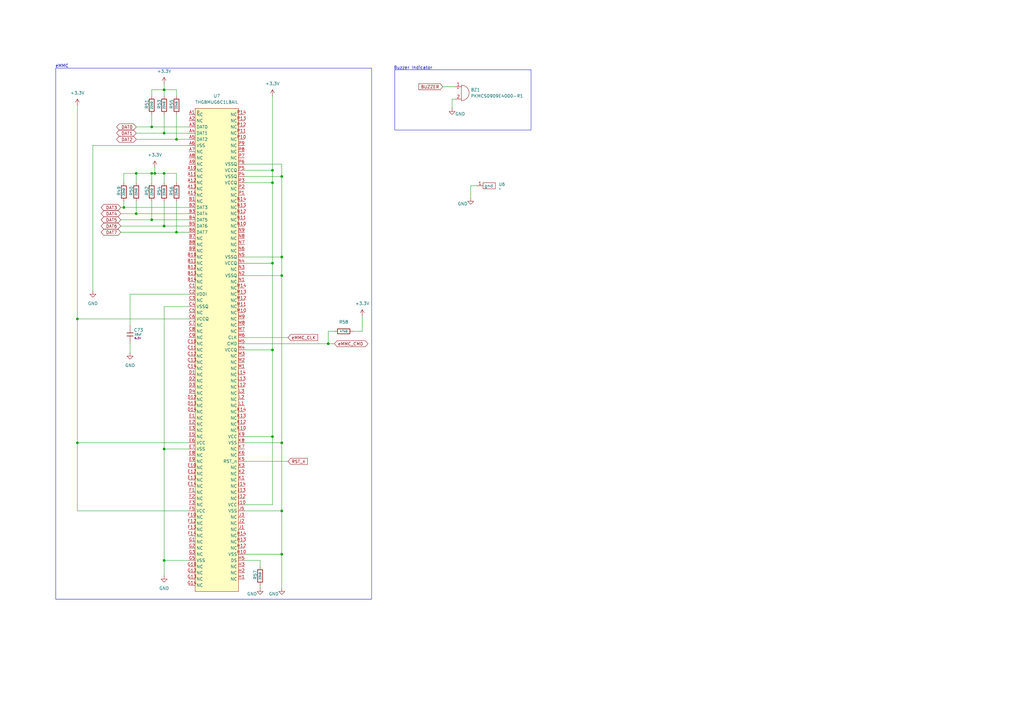
<source format=kicad_sch>
(kicad_sch (version 20250114) (generator "eeschema") (generator_version "9.0")
  (paper "A3")
  (lib_symbols
    (symbol "Device:Buzzer" (pin_names (offset 0.0254) (hide yes))
      (property "Reference" "BZ" (at 3.81 1.27 0))
      (property "Value" "Buzzer" (at 3.81 -1.27 0))
      (symbol "Buzzer_0_1"
        (polyline (pts (xy -1.651 1.905) (xy -1.143 1.905)))
        (polyline (pts (xy -1.397 2.159) (xy -1.397 1.651)))
        (arc (start 0 3.175) (mid 3.1612 0) (end 0 -3.175))
        (polyline (pts (xy 0 3.175) (xy 0 -3.175)))
      )
      (symbol "Buzzer_1_1"
        (pin passive line (at -2.54 2.54 0) (length 2.54) (name "+") (number "1"))
        (pin passive line (at -2.54 -2.54 0) (length 2.54) (name "-") (number "2"))
      )
    )
    (symbol "EasyEDA:THGBMUG6C1LBAIL"
      (property "Reference" "U" (at 0 101.6 0))
      (property "Value" "THGBMUG6C1LBAIL" (at 0 -101.6 0))
      (symbol "THGBMUG6C1LBAIL_0_1"
        (rectangle (start -10.16 99.06) (end 7.62 -99.06) (fill (type background)))
        (circle (center -8.89 97.79) (radius 0.38))
        (pin unspecified line (at -12.7 96.52 0) (length 2.54) (name "NC") (number "A1"))
        (pin unspecified line (at -12.7 93.98 0) (length 2.54) (name "NC") (number "A2"))
        (pin unspecified line (at -12.7 91.44 0) (length 2.54) (name "DAT0") (number "A3"))
        (pin unspecified line (at -12.7 88.9 0) (length 2.54) (name "DAT1") (number "A4"))
        (pin unspecified line (at -12.7 86.36 0) (length 2.54) (name "DAT2") (number "A5"))
        (pin unspecified line (at -12.7 83.82 0) (length 2.54) (name "VSS") (number "A6"))
        (pin unspecified line (at -12.7 81.28 0) (length 2.54) (name "NC") (number "A7"))
        (pin unspecified line (at -12.7 78.74 0) (length 2.54) (name "NC") (number "A8"))
        (pin unspecified line (at -12.7 76.2 0) (length 2.54) (name "NC") (number "A9"))
        (pin unspecified line (at -12.7 73.66 0) (length 2.54) (name "NC") (number "A10"))
        (pin unspecified line (at -12.7 71.12 0) (length 2.54) (name "NC") (number "A11"))
        (pin unspecified line (at -12.7 68.58 0) (length 2.54) (name "NC") (number "A12"))
        (pin unspecified line (at -12.7 66.04 0) (length 2.54) (name "NC") (number "A13"))
        (pin unspecified line (at -12.7 63.5 0) (length 2.54) (name "NC") (number "A14"))
        (pin unspecified line (at -12.7 60.96 0) (length 2.54) (name "NC") (number "B1"))
        (pin unspecified line (at -12.7 58.42 0) (length 2.54) (name "DAT3") (number "B2"))
        (pin unspecified line (at -12.7 55.88 0) (length 2.54) (name "DAT4") (number "B3"))
        (pin unspecified line (at -12.7 53.34 0) (length 2.54) (name "DAT5") (number "B4"))
        (pin unspecified line (at -12.7 50.8 0) (length 2.54) (name "DAT6") (number "B5"))
        (pin unspecified line (at -12.7 48.26 0) (length 2.54) (name "DAT7") (number "B6"))
        (pin unspecified line (at -12.7 45.72 0) (length 2.54) (name "NC") (number "B7"))
        (pin unspecified line (at -12.7 43.18 0) (length 2.54) (name "NC") (number "B8"))
        (pin unspecified line (at -12.7 40.64 0) (length 2.54) (name "NC") (number "B9"))
        (pin unspecified line (at -12.7 38.1 0) (length 2.54) (name "NC") (number "B10"))
        (pin unspecified line (at -12.7 35.56 0) (length 2.54) (name "NC") (number "B11"))
        (pin unspecified line (at -12.7 33.02 0) (length 2.54) (name "NC") (number "B12"))
        (pin unspecified line (at -12.7 30.48 0) (length 2.54) (name "NC") (number "B13"))
        (pin unspecified line (at -12.7 27.94 0) (length 2.54) (name "NC") (number "B14"))
        (pin unspecified line (at -12.7 25.4 0) (length 2.54) (name "NC") (number "C1"))
        (pin unspecified line (at -12.7 22.86 0) (length 2.54) (name "VDDI") (number "C2"))
        (pin unspecified line (at -12.7 20.32 0) (length 2.54) (name "NC") (number "C3"))
        (pin unspecified line (at -12.7 17.78 0) (length 2.54) (name "VSSQ") (number "C4"))
        (pin unspecified line (at -12.7 15.24 0) (length 2.54) (name "NC") (number "C5"))
        (pin unspecified line (at -12.7 12.7 0) (length 2.54) (name "VCCQ") (number "C6"))
        (pin unspecified line (at -12.7 10.16 0) (length 2.54) (name "NC") (number "C7"))
        (pin unspecified line (at -12.7 7.62 0) (length 2.54) (name "NC") (number "C8"))
        (pin unspecified line (at -12.7 5.08 0) (length 2.54) (name "NC") (number "C9"))
        (pin unspecified line (at -12.7 2.54 0) (length 2.54) (name "NC") (number "C10"))
        (pin unspecified line (at -12.7 0 0) (length 2.54) (name "NC") (number "C11"))
        (pin unspecified line (at -12.7 -2.54 0) (length 2.54) (name "NC") (number "C12"))
        (pin unspecified line (at -12.7 -5.08 0) (length 2.54) (name "NC") (number "C13"))
        (pin unspecified line (at -12.7 -7.62 0) (length 2.54) (name "NC") (number "C14"))
        (pin unspecified line (at -12.7 -10.16 0) (length 2.54) (name "NC") (number "D1"))
        (pin unspecified line (at -12.7 -12.7 0) (length 2.54) (name "NC") (number "D2"))
        (pin unspecified line (at -12.7 -15.24 0) (length 2.54) (name "NC") (number "D3"))
        (pin unspecified line (at -12.7 -17.78 0) (length 2.54) (name "NC") (number "D4"))
        (pin unspecified line (at -12.7 -20.32 0) (length 2.54) (name "NC") (number "D12"))
        (pin unspecified line (at -12.7 -22.86 0) (length 2.54) (name "NC") (number "D13"))
        (pin unspecified line (at -12.7 -25.4 0) (length 2.54) (name "NC") (number "D14"))
        (pin unspecified line (at -12.7 -27.94 0) (length 2.54) (name "NC") (number "E1"))
        (pin unspecified line (at -12.7 -30.48 0) (length 2.54) (name "NC") (number "E2"))
        (pin unspecified line (at -12.7 -33.02 0) (length 2.54) (name "NC") (number "E3"))
        (pin unspecified line (at -12.7 -35.56 0) (length 2.54) (name "NC") (number "E5"))
        (pin unspecified line (at -12.7 -38.1 0) (length 2.54) (name "VCC") (number "E6"))
        (pin unspecified line (at -12.7 -40.64 0) (length 2.54) (name "VSS") (number "E7"))
        (pin unspecified line (at -12.7 -43.18 0) (length 2.54) (name "NC") (number "E8"))
        (pin unspecified line (at -12.7 -45.72 0) (length 2.54) (name "NC") (number "E9"))
        (pin unspecified line (at -12.7 -48.26 0) (length 2.54) (name "NC") (number "E10"))
        (pin unspecified line (at -12.7 -50.8 0) (length 2.54) (name "NC") (number "E12"))
        (pin unspecified line (at -12.7 -53.34 0) (length 2.54) (name "NC") (number "E13"))
        (pin unspecified line (at -12.7 -55.88 0) (length 2.54) (name "NC") (number "E14"))
        (pin unspecified line (at -12.7 -58.42 0) (length 2.54) (name "NC") (number "F1"))
        (pin unspecified line (at -12.7 -60.96 0) (length 2.54) (name "NC") (number "F2"))
        (pin unspecified line (at -12.7 -63.5 0) (length 2.54) (name "NC") (number "F3"))
        (pin unspecified line (at -12.7 -66.04 0) (length 2.54) (name "VCC") (number "F5"))
        (pin unspecified line (at -12.7 -68.58 0) (length 2.54) (name "NC") (number "F10"))
        (pin unspecified line (at -12.7 -71.12 0) (length 2.54) (name "NC") (number "F12"))
        (pin unspecified line (at -12.7 -73.66 0) (length 2.54) (name "NC") (number "F13"))
        (pin unspecified line (at -12.7 -76.2 0) (length 2.54) (name "NC") (number "F14"))
        (pin unspecified line (at -12.7 -78.74 0) (length 2.54) (name "NC") (number "G1"))
        (pin unspecified line (at -12.7 -81.28 0) (length 2.54) (name "NC") (number "G2"))
        (pin unspecified line (at -12.7 -83.82 0) (length 2.54) (name "NC") (number "G3"))
        (pin unspecified line (at -12.7 -86.36 0) (length 2.54) (name "VSS") (number "G5"))
        (pin unspecified line (at -12.7 -88.9 0) (length 2.54) (name "NC") (number "G10"))
        (pin unspecified line (at -12.7 -91.44 0) (length 2.54) (name "NC") (number "G12"))
        (pin unspecified line (at -12.7 -93.98 0) (length 2.54) (name "NC") (number "G13"))
        (pin unspecified line (at -12.7 -96.52 0) (length 2.54) (name "NC") (number "G14"))
        (pin unspecified line (at 10.16 96.52 180) (length 2.54) (name "NC") (number "P14"))
        (pin unspecified line (at 10.16 93.98 180) (length 2.54) (name "NC") (number "P13"))
        (pin unspecified line (at 10.16 91.44 180) (length 2.54) (name "NC") (number "P12"))
        (pin unspecified line (at 10.16 88.9 180) (length 2.54) (name "NC") (number "P11"))
        (pin unspecified line (at 10.16 86.36 180) (length 2.54) (name "NC") (number "P10"))
        (pin unspecified line (at 10.16 83.82 180) (length 2.54) (name "NC") (number "P9"))
        (pin unspecified line (at 10.16 81.28 180) (length 2.54) (name "NC") (number "P8"))
        (pin unspecified line (at 10.16 78.74 180) (length 2.54) (name "NC") (number "P7"))
        (pin unspecified line (at 10.16 76.2 180) (length 2.54) (name "VSSQ") (number "P6"))
        (pin unspecified line (at 10.16 73.66 180) (length 2.54) (name "VCCQ") (number "P5"))
        (pin unspecified line (at 10.16 71.12 180) (length 2.54) (name "VSSQ") (number "P4"))
        (pin unspecified line (at 10.16 68.58 180) (length 2.54) (name "VCCQ") (number "P3"))
        (pin unspecified line (at 10.16 66.04 180) (length 2.54) (name "NC") (number "P2"))
        (pin unspecified line (at 10.16 63.5 180) (length 2.54) (name "NC") (number "P1"))
        (pin unspecified line (at 10.16 60.96 180) (length 2.54) (name "NC") (number "N14"))
        (pin unspecified line (at 10.16 58.42 180) (length 2.54) (name "NC") (number "N13"))
        (pin unspecified line (at 10.16 55.88 180) (length 2.54) (name "NC") (number "N12"))
        (pin unspecified line (at 10.16 53.34 180) (length 2.54) (name "NC") (number "N11"))
        (pin unspecified line (at 10.16 50.8 180) (length 2.54) (name "NC") (number "N10"))
        (pin unspecified line (at 10.16 48.26 180) (length 2.54) (name "NC") (number "N9"))
        (pin unspecified line (at 10.16 45.72 180) (length 2.54) (name "NC") (number "N8"))
        (pin unspecified line (at 10.16 43.18 180) (length 2.54) (name "NC") (number "N7"))
        (pin unspecified line (at 10.16 40.64 180) (length 2.54) (name "NC") (number "N6"))
        (pin unspecified line (at 10.16 38.1 180) (length 2.54) (name "VSSQ") (number "N5"))
        (pin unspecified line (at 10.16 35.56 180) (length 2.54) (name "VCCQ") (number "N4"))
        (pin unspecified line (at 10.16 33.02 180) (length 2.54) (name "NC") (number "N3"))
        (pin unspecified line (at 10.16 30.48 180) (length 2.54) (name "VSSQ") (number "N2"))
        (pin unspecified line (at 10.16 27.94 180) (length 2.54) (name "NC") (number "N1"))
        (pin unspecified line (at 10.16 25.4 180) (length 2.54) (name "NC") (number "M14"))
        (pin unspecified line (at 10.16 22.86 180) (length 2.54) (name "NC") (number "M13"))
        (pin unspecified line (at 10.16 20.32 180) (length 2.54) (name "NC") (number "M12"))
        (pin unspecified line (at 10.16 17.78 180) (length 2.54) (name "NC") (number "M11"))
        (pin unspecified line (at 10.16 15.24 180) (length 2.54) (name "NC") (number "M10"))
        (pin unspecified line (at 10.16 12.7 180) (length 2.54) (name "NC") (number "M9"))
        (pin unspecified line (at 10.16 10.16 180) (length 2.54) (name "NC") (number "M8"))
        (pin unspecified line (at 10.16 7.62 180) (length 2.54) (name "NC") (number "M7"))
        (pin unspecified line (at 10.16 5.08 180) (length 2.54) (name "CLK") (number "M6"))
        (pin unspecified line (at 10.16 2.54 180) (length 2.54) (name "CMD") (number "M5"))
        (pin unspecified line (at 10.16 0 180) (length 2.54) (name "VCCQ") (number "M4"))
        (pin unspecified line (at 10.16 -2.54 180) (length 2.54) (name "NC") (number "M3"))
        (pin unspecified line (at 10.16 -5.08 180) (length 2.54) (name "NC") (number "M2"))
        (pin unspecified line (at 10.16 -7.62 180) (length 2.54) (name "NC") (number "M1"))
        (pin unspecified line (at 10.16 -10.16 180) (length 2.54) (name "NC") (number "L14"))
        (pin unspecified line (at 10.16 -12.7 180) (length 2.54) (name "NC") (number "L13"))
        (pin unspecified line (at 10.16 -15.24 180) (length 2.54) (name "NC") (number "L12"))
        (pin unspecified line (at 10.16 -17.78 180) (length 2.54) (name "NC") (number "L3"))
        (pin unspecified line (at 10.16 -20.32 180) (length 2.54) (name "NC") (number "L2"))
        (pin unspecified line (at 10.16 -22.86 180) (length 2.54) (name "NC") (number "L1"))
        (pin unspecified line (at 10.16 -25.4 180) (length 2.54) (name "NC") (number "K14"))
        (pin unspecified line (at 10.16 -27.94 180) (length 2.54) (name "NC") (number "K13"))
        (pin unspecified line (at 10.16 -30.48 180) (length 2.54) (name "NC") (number "K12"))
        (pin unspecified line (at 10.16 -33.02 180) (length 2.54) (name "NC") (number "K10"))
        (pin unspecified line (at 10.16 -35.56 180) (length 2.54) (name "VCC") (number "K9"))
        (pin unspecified line (at 10.16 -38.1 180) (length 2.54) (name "VSS") (number "K8"))
        (pin unspecified line (at 10.16 -40.64 180) (length 2.54) (name "NC") (number "K7"))
        (pin unspecified line (at 10.16 -43.18 180) (length 2.54) (name "NC") (number "K6"))
        (pin unspecified line (at 10.16 -45.72 180) (length 2.54) (name "RST_n") (number "K5"))
        (pin unspecified line (at 10.16 -48.26 180) (length 2.54) (name "NC") (number "K3"))
        (pin unspecified line (at 10.16 -50.8 180) (length 2.54) (name "NC") (number "K2"))
        (pin unspecified line (at 10.16 -53.34 180) (length 2.54) (name "NC") (number "K1"))
        (pin unspecified line (at 10.16 -55.88 180) (length 2.54) (name "NC") (number "J14"))
        (pin unspecified line (at 10.16 -58.42 180) (length 2.54) (name "NC") (number "J13"))
        (pin unspecified line (at 10.16 -60.96 180) (length 2.54) (name "NC") (number "J12"))
        (pin unspecified line (at 10.16 -63.5 180) (length 2.54) (name "VCC") (number "J10"))
        (pin unspecified line (at 10.16 -66.04 180) (length 2.54) (name "VSS") (number "J5"))
        (pin unspecified line (at 10.16 -68.58 180) (length 2.54) (name "NC") (number "J3"))
        (pin unspecified line (at 10.16 -71.12 180) (length 2.54) (name "NC") (number "J2"))
        (pin unspecified line (at 10.16 -73.66 180) (length 2.54) (name "NC") (number "J1"))
        (pin unspecified line (at 10.16 -76.2 180) (length 2.54) (name "NC") (number "H14"))
        (pin unspecified line (at 10.16 -78.74 180) (length 2.54) (name "NC") (number "H13"))
        (pin unspecified line (at 10.16 -81.28 180) (length 2.54) (name "NC") (number "H12"))
        (pin unspecified line (at 10.16 -83.82 180) (length 2.54) (name "VSS") (number "H10"))
        (pin unspecified line (at 10.16 -86.36 180) (length 2.54) (name "DS") (number "H5"))
        (pin unspecified line (at 10.16 -88.9 180) (length 2.54) (name "NC") (number "H3"))
        (pin unspecified line (at 10.16 -91.44 180) (length 2.54) (name "NC") (number "H2"))
        (pin unspecified line (at 10.16 -93.98 180) (length 2.54) (name "NC") (number "H1"))
      )
    )
    (symbol "PCM_JLCPCB-Capacitors:0402,10uF" (pin_numbers (hide yes)) (pin_names (offset 0))
      (property "Reference" "C" (at 2.032 1.668 0))
      (property "Value" "10uF" (at 2.032 -0.3782 0))
      (property "Voltage Rated" "6.3V" (at 2.032 -2.0462 0))
      (symbol "0402,10uF_0_1"
        (polyline (pts (xy -1.27 0.635) (xy 1.27 0.635)) (stroke (width 0.254)))
        (polyline (pts (xy -1.27 -0.635) (xy 1.27 -0.635)) (stroke (width 0.254)))
      )
      (symbol "0402,10uF_1_1"
        (pin passive line (at 0 3.81 270) (length 3.175) (name "~") (number "1"))
        (pin passive line (at 0 -3.81 90) (length 3.175) (name "~") (number "2"))
      )
    )
    (symbol "PCM_JLCPCB-Resistors:0402,22kΩ" (pin_numbers (hide yes)) (pin_names (offset 0))
      (property "Reference" "R" (at 1.778 0 0))
      (property "Value" "22kΩ" (at 0 0 90))
      (symbol "0402,22kΩ_0_1"
        (rectangle (start -1.016 2.54) (end 1.016 -2.54) (stroke (width 0.254)))
      )
      (symbol "0402,22kΩ_1_1"
        (pin passive line (at 0 3.81 270) (length 1.27) (name "~") (number "1"))
        (pin passive line (at 0 -3.81 90) (length 1.27) (name "~") (number "2"))
      )
    )
    (symbol "PCM_JLCPCB-Resistors:0402,47kΩ" (pin_numbers (hide yes)) (pin_names (offset 0))
      (property "Reference" "R" (at 1.778 0 0))
      (property "Value" "47kΩ" (at 0 0 90))
      (symbol "0402,47kΩ_0_1"
        (rectangle (start -1.016 2.54) (end 1.016 -2.54) (stroke (width 0.254)))
      )
      (symbol "0402,47kΩ_1_1"
        (pin passive line (at 0 3.81 270) (length 1.27) (name "~") (number "1"))
        (pin passive line (at 0 -3.81 90) (length 1.27) (name "~") (number "2"))
      )
    )
    (symbol "power:+3.3V" (power) (pin_numbers (hide yes)) (pin_names (offset 0) (hide yes))
      (property "Value" "+3.3V" (at 0 3.556 0))
      (symbol "+3.3V_0_1"
        (polyline (pts (xy -0.762 1.27) (xy 0 2.54)))
        (polyline (pts (xy 0 2.54) (xy 0.762 1.27)))
        (polyline (pts (xy 0 0) (xy 0 2.54)))
      )
      (symbol "+3.3V_1_1"
        (pin power_in line (at 0 0 90) (length 0) (name "~") (number "1"))
      )
    )
    (symbol "power:GND" (power) (pin_numbers (hide yes)) (pin_names (offset 0) (hide yes))
      (property "Value" "GND" (at 0 -3.81 0))
      (symbol "GND_0_1"
        (polyline (pts (xy 0 0) (xy 0 -1.27) (xy 1.27 -1.27) (xy 0 -2.54) (xy -1.27 -1.27) (xy 0 -1.27)))
      )
      (symbol "GND_1_1"
        (pin power_in line (at 0 0 270) (length 0) (name "~") (number "1"))
      )
    )
    (symbol "shieldrf:shieldrff"
      (property "Reference" "U" (at 0 -1.016 0))
      (symbol "shieldrff_0_1"
        (rectangle (start -2.54 2.54) (end 2.54 0))
      )
      (symbol "shieldrff_1_1"
        (pin passive line (at -5.08 1.27 0) (length 2.54) (name "gnd") (number "1"))
      )
    )
  )
  (rectangle (start 161.925 28.575) (end 217.805 53.34))
  (rectangle (start 22.86 27.94) (end 152.4 245.745))
  (text "Buzzer Indicator" (at 169.418 27.94 0) (effects (font (size 1.27 1.27))))
  (text "eMMC " (at 25.908 27.178 0) (effects (font (size 1.27 1.27))))
  (junction (at 67.31 229.87))
  (junction (at 115.57 72.39))
  (junction (at 111.76 143.51))
  (junction (at 72.39 95.25))
  (junction (at 67.31 184.15))
  (junction (at 67.31 54.61))
  (junction (at 67.31 71.12))
  (junction (at 62.23 52.07))
  (junction (at 115.57 227.33))
  (junction (at 67.31 92.71))
  (junction (at 111.76 179.07))
  (junction (at 111.76 107.95))
  (junction (at 31.75 130.81))
  (junction (at 134.62 140.97))
  (junction (at 31.75 181.61))
  (junction (at 111.76 74.93))
  (junction (at 115.57 209.55))
  (junction (at 50.8 85.09))
  (junction (at 115.57 105.41))
  (junction (at 55.88 71.12))
  (junction (at 55.88 87.63))
  (junction (at 115.57 181.61))
  (junction (at 67.31 36.83))
  (junction (at 62.23 71.12))
  (junction (at 72.39 57.15))
  (junction (at 63.5 71.12))
  (junction (at 62.23 90.17))
  (junction (at 111.76 69.85))
  (junction (at 115.57 113.03))
  (wire (pts (xy 50.8 85.09) (xy 77.47 85.09)))
  (wire (pts (xy 55.88 57.15) (xy 72.39 57.15)))
  (wire (pts (xy 111.76 107.95) (xy 111.76 143.51)))
  (wire (pts (xy 100.33 69.85) (xy 111.76 69.85)))
  (wire (pts (xy 100.33 229.87) (xy 106.68 229.87)))
  (wire (pts (xy 31.75 181.61) (xy 31.75 130.81)))
  (wire (pts (xy 49.53 85.09) (xy 50.8 85.09)))
  (wire (pts (xy 100.33 227.33) (xy 115.57 227.33)))
  (wire (pts (xy 193.04 81.28) (xy 193.04 76.2)))
  (wire (pts (xy 72.39 82.55) (xy 72.39 95.25)))
  (wire (pts (xy 100.33 138.43) (xy 118.11 138.43)))
  (wire (pts (xy 100.33 67.31) (xy 115.57 67.31)))
  (wire (pts (xy 77.47 184.15) (xy 67.31 184.15)))
  (wire (pts (xy 115.57 105.41) (xy 115.57 113.03)))
  (wire (pts (xy 100.33 140.97) (xy 134.62 140.97)))
  (wire (pts (xy 185.42 44.45) (xy 185.42 40.64)))
  (wire (pts (xy 181.61 35.56) (xy 186.69 35.56)))
  (wire (pts (xy 100.33 209.55) (xy 115.57 209.55)))
  (wire (pts (xy 67.31 36.83) (xy 67.31 39.37)))
  (wire (pts (xy 111.76 39.37) (xy 111.76 69.85)))
  (wire (pts (xy 115.57 227.33) (xy 115.57 241.3)))
  (wire (pts (xy 100.33 143.51) (xy 111.76 143.51)))
  (wire (pts (xy 134.62 135.89) (xy 134.62 140.97)))
  (wire (pts (xy 72.39 39.37) (xy 72.39 36.83)))
  (wire (pts (xy 31.75 43.18) (xy 31.75 130.81)))
  (wire (pts (xy 49.53 87.63) (xy 55.88 87.63)))
  (wire (pts (xy 185.42 40.64) (xy 186.69 40.64)))
  (wire (pts (xy 53.34 120.65) (xy 53.34 133.35)))
  (wire (pts (xy 67.31 82.55) (xy 67.31 92.71)))
  (wire (pts (xy 100.33 74.93) (xy 111.76 74.93)))
  (wire (pts (xy 62.23 46.99) (xy 62.23 52.07)))
  (wire (pts (xy 50.8 74.93) (xy 50.8 71.12)))
  (wire (pts (xy 115.57 67.31) (xy 115.57 72.39)))
  (wire (pts (xy 193.04 76.2) (xy 195.58 76.2)))
  (wire (pts (xy 67.31 92.71) (xy 77.47 92.71)))
  (wire (pts (xy 144.78 135.89) (xy 148.59 135.89)))
  (wire (pts (xy 111.76 143.51) (xy 111.76 179.07)))
  (wire (pts (xy 72.39 71.12) (xy 67.31 71.12)))
  (wire (pts (xy 134.62 140.97) (xy 137.16 140.97)))
  (wire (pts (xy 77.47 229.87) (xy 67.31 229.87)))
  (wire (pts (xy 50.8 82.55) (xy 50.8 85.09)))
  (wire (pts (xy 55.88 52.07) (xy 62.23 52.07)))
  (wire (pts (xy 67.31 46.99) (xy 67.31 54.61)))
  (wire (pts (xy 31.75 130.81) (xy 77.47 130.81)))
  (wire (pts (xy 55.88 71.12) (xy 62.23 71.12)))
  (wire (pts (xy 62.23 90.17) (xy 77.47 90.17)))
  (wire (pts (xy 67.31 125.73) (xy 67.31 184.15)))
  (wire (pts (xy 72.39 95.25) (xy 77.47 95.25)))
  (wire (pts (xy 67.31 184.15) (xy 67.31 229.87)))
  (wire (pts (xy 134.62 135.89) (xy 137.16 135.89)))
  (wire (pts (xy 49.53 95.25) (xy 72.39 95.25)))
  (wire (pts (xy 72.39 57.15) (xy 77.47 57.15)))
  (wire (pts (xy 53.34 120.65) (xy 77.47 120.65)))
  (wire (pts (xy 67.31 54.61) (xy 77.47 54.61)))
  (wire (pts (xy 55.88 71.12) (xy 55.88 74.93)))
  (wire (pts (xy 62.23 39.37) (xy 62.23 36.83)))
  (wire (pts (xy 100.33 179.07) (xy 111.76 179.07)))
  (wire (pts (xy 115.57 113.03) (xy 115.57 181.61)))
  (wire (pts (xy 50.8 71.12) (xy 55.88 71.12)))
  (wire (pts (xy 67.31 36.83) (xy 67.31 34.29)))
  (wire (pts (xy 67.31 71.12) (xy 63.5 71.12)))
  (wire (pts (xy 77.47 59.69) (xy 38.1 59.69)))
  (wire (pts (xy 111.76 74.93) (xy 111.76 107.95)))
  (wire (pts (xy 67.31 74.93) (xy 67.31 71.12)))
  (wire (pts (xy 62.23 82.55) (xy 62.23 90.17)))
  (wire (pts (xy 62.23 71.12) (xy 63.5 71.12)))
  (wire (pts (xy 148.59 129.54) (xy 148.59 135.89)))
  (wire (pts (xy 62.23 36.83) (xy 67.31 36.83)))
  (wire (pts (xy 62.23 71.12) (xy 62.23 74.93)))
  (wire (pts (xy 53.34 140.97) (xy 53.34 144.78)))
  (wire (pts (xy 100.33 107.95) (xy 111.76 107.95)))
  (wire (pts (xy 77.47 209.55) (xy 31.75 209.55)))
  (wire (pts (xy 111.76 179.07) (xy 111.76 207.01)))
  (wire (pts (xy 38.1 59.69) (xy 38.1 119.38)))
  (wire (pts (xy 72.39 36.83) (xy 67.31 36.83)))
  (wire (pts (xy 55.88 87.63) (xy 77.47 87.63)))
  (wire (pts (xy 111.76 207.01) (xy 100.33 207.01)))
  (wire (pts (xy 67.31 229.87) (xy 67.31 236.22)))
  (wire (pts (xy 100.33 105.41) (xy 115.57 105.41)))
  (wire (pts (xy 115.57 181.61) (xy 115.57 209.55)))
  (wire (pts (xy 111.76 69.85) (xy 111.76 74.93)))
  (wire (pts (xy 115.57 209.55) (xy 115.57 227.33)))
  (wire (pts (xy 106.68 240.03) (xy 106.68 241.3)))
  (wire (pts (xy 31.75 209.55) (xy 31.75 181.61)))
  (wire (pts (xy 63.5 71.12) (xy 63.5 68.58)))
  (wire (pts (xy 62.23 52.07) (xy 77.47 52.07)))
  (wire (pts (xy 49.53 90.17) (xy 62.23 90.17)))
  (wire (pts (xy 31.75 181.61) (xy 77.47 181.61)))
  (wire (pts (xy 72.39 46.99) (xy 72.39 57.15)))
  (wire (pts (xy 100.33 181.61) (xy 115.57 181.61)))
  (wire (pts (xy 72.39 74.93) (xy 72.39 71.12)))
  (wire (pts (xy 55.88 82.55) (xy 55.88 87.63)))
  (wire (pts (xy 77.47 125.73) (xy 67.31 125.73)))
  (wire (pts (xy 100.33 189.23) (xy 118.11 189.23)))
  (wire (pts (xy 106.68 229.87) (xy 106.68 232.41)))
  (wire (pts (xy 49.53 92.71) (xy 67.31 92.71)))
  (wire (pts (xy 115.57 72.39) (xy 115.57 105.41)))
  (wire (pts (xy 100.33 113.03) (xy 115.57 113.03)))
  (wire (pts (xy 55.88 54.61) (xy 67.31 54.61)))
  (wire (pts (xy 100.33 72.39) (xy 115.57 72.39)))
  (global_label "DAT3" (shape bidirectional) (at 49.53 85.09 180) (property "Intersheetrefs" "${INTERSHEET_REFS}" (effects (hide yes))))
  (global_label "eMMC_CLK" (shape input) (at 118.11 138.43 0) (property "Intersheetrefs" "${INTERSHEET_REFS}" (effects (hide yes))))
  (global_label "eMMC_CMD" (shape bidirectional) (at 137.16 140.97 0) (property "Intersheetrefs" "${INTERSHEET_REFS}" (effects (hide yes))))
  (global_label "DAT4" (shape bidirectional) (at 49.53 87.63 180) (property "Intersheetrefs" "${INTERSHEET_REFS}" (effects (hide yes))))
  (global_label "DAT5" (shape bidirectional) (at 49.53 90.17 180) (property "Intersheetrefs" "${INTERSHEET_REFS}" (effects (hide yes))))
  (global_label "DAT0" (shape bidirectional) (at 55.88 52.07 180) (property "Intersheetrefs" "${INTERSHEET_REFS}" (effects (hide yes))))
  (global_label "DAT7" (shape bidirectional) (at 49.53 95.25 180) (property "Intersheetrefs" "${INTERSHEET_REFS}" (effects (hide yes))))
  (global_label "DAT2" (shape bidirectional) (at 55.88 57.15 180) (property "Intersheetrefs" "${INTERSHEET_REFS}" (effects (hide yes))))
  (global_label "DAT6" (shape bidirectional) (at 49.53 92.71 180) (property "Intersheetrefs" "${INTERSHEET_REFS}" (effects (hide yes))))
  (global_label "DAT1" (shape bidirectional) (at 55.88 54.61 180) (property "Intersheetrefs" "${INTERSHEET_REFS}" (effects (hide yes))))
  (global_label "BUZZER" (shape input) (at 181.61 35.56 180) (property "Intersheetrefs" "${INTERSHEET_REFS}" (effects (hide yes))))
  (global_label "RST_n" (shape input) (at 118.11 189.23 0) (property "Intersheetrefs" "${INTERSHEET_REFS}" (effects (hide yes))))
  (symbol (lib_id "PCM_JLCPCB-Resistors:0402,22kΩ") (at 72.39 78.74 0) (unit 1)
    (property "Reference" "R56" (at 70.358 80.264 90) (effects (justify left)))
    (property "Value" "22kΩ" (at 72.39 78.74 90) (effects (font (size 0.8 0.8))))
    (property "Footprint" "PCM_JLCPCB:R_0402" (effects (hide yes)))
    (property "Datasheet" "https://www.lcsc.com/datasheet/lcsc_datasheet_2206010100_UNI-ROYAL-Uniroyal-Elec-0402WGF2202TCE_C25768.pdf" (effects (hide yes)))
    (property "Description" "62.5mW Thick Film Resistors 50V ±100ppm/°C ±1% 22kΩ 0402 Chip Resistor - Surface Mount ROHS" (effects (hide yes)))
    (property "LCSC" "C25768" (effects (hide yes)))
    (property "Stock" "682120" (effects (hide yes)))
    (property "Price" "0.004USD" (effects (hide yes)))
    (property "Process" "SMT" (effects (hide yes)))
    (property "Minimum Qty" "20" (effects (hide yes)))
    (property "Attrition Qty" "10" (effects (hide yes)))
    (property "Class" "Basic Component" (effects (hide yes)))
    (property "Category" "Resistors,Chip Resistor - Surface Mount" (effects (hide yes)))
    (property "Manufacturer" "UNI-ROYAL(Uniroyal Elec)" (effects (hide yes)))
    (property "Part" "0402WGF2202TCE" (effects (hide yes)))
    (property "Resistance" "22kΩ" (effects (hide yes)))
    (property "Power(Watts)" "62.5mW" (effects (hide yes)))
    (property "Type" "Thick Film Resistors" (effects (hide yes)))
    (property "Overload Voltage (Max)" "50V" (effects (hide yes)))
    (property "Operating Temperature Range" "-55°C~+155°C" (effects (hide yes)))
    (property "Tolerance" "±1%" (effects (hide yes)))
    (property "Temperature Coefficient" "±100ppm/°C" (effects (hide yes)))
  )
  (symbol (lib_id "power:GND") (at 67.31 236.22 0) (unit 1)
    (property "Reference" "#PWR0121" (effects (hide yes)))
    (property "Value" "GND" (at 67.31 241.3 0))
    (property "Description" "Power symbol creates a global label with name \"GND\" , ground" (effects (hide yes)))
  )
  (symbol (lib_id "PCM_JLCPCB-Capacitors:0402,10uF") (at 53.34 137.16 0) (unit 1)
    (property "Reference" "C73" (at 54.864 135.382 0) (effects (justify left)))
    (property "Value" "10uF" (at 55.118 137.16 0) (effects (font (size 0.8 0.8)) (justify left)))
    (property "Footprint" "PCM_JLCPCB:C_0402" (effects (hide yes)))
    (property "Datasheet" "https://www.lcsc.com/datasheet/lcsc_datasheet_2208231630_Samsung-Electro-Mechanics-CL05A106MQ5NUNC_C15525.pdf" (effects (hide yes)))
    (property "Description" "6.3V 10uF X5R ±20% 0402 Multilayer Ceramic Capacitors MLCC - SMD/SMT ROHS" (effects (hide yes)))
    (property "LCSC" "C15525" (effects (hide yes)))
    (property "Stock" "2048985" (effects (hide yes)))
    (property "Price" "0.007USD" (effects (hide yes)))
    (property "Process" "SMT" (effects (hide yes)))
    (property "Minimum Qty" "20" (effects (hide yes)))
    (property "Attrition Qty" "10" (effects (hide yes)))
    (property "Class" "Basic Component" (effects (hide yes)))
    (property "Category" "Capacitors,Multilayer Ceramic Capacitors MLCC - SMD/SMT" (effects (hide yes)))
    (property "Manufacturer" "Samsung Electro-Mechanics" (effects (hide yes)))
    (property "Part" "CL05A106MQ5NUNC" (effects (hide yes)))
    (property "Voltage Rated" "6.3V" (at 55.118 138.684 0) (effects (font (size 0.8 0.8)) (justify left)))
    (property "Tolerance" "±20%" (effects (hide yes)))
    (property "Capacitance" "10uF" (effects (hide yes)))
    (property "Temperature Coefficient" "X5R" (effects (hide yes)))
  )
  (symbol (lib_id "Device:Buzzer") (at 189.23 38.1 0) (unit 1)
    (property "Reference" "BZ1" (at 193.04 36.8299 0) (effects (justify left)))
    (property "Value" "PKMCS0909E4000-R1" (at 193.04 39.3699 0) (effects (justify left)))
    (property "Footprint" "Buzzer_Beeper:PUIAudio_SMT_0825_S_4_R" (effects (hide yes)))
    (property "Datasheet" "https://www.murata.com/~/media/webrenewal/products/sound/sounder/vppt-buzj083-d.ashx" (effects (hide yes)))
    (property "Description" "Buzzer, polarized" (effects (hide yes)))
  )
  (symbol (lib_id "PCM_JLCPCB-Resistors:0402,22kΩ") (at 67.31 43.18 0) (unit 1)
    (property "Reference" "R53" (at 65.278 44.704 90) (effects (justify left)))
    (property "Value" "22kΩ" (at 67.31 43.18 90) (effects (font (size 0.8 0.8))))
    (property "Footprint" "PCM_JLCPCB:R_0402" (effects (hide yes)))
    (property "Datasheet" "https://www.lcsc.com/datasheet/lcsc_datasheet_2206010100_UNI-ROYAL-Uniroyal-Elec-0402WGF2202TCE_C25768.pdf" (effects (hide yes)))
    (property "Description" "62.5mW Thick Film Resistors 50V ±100ppm/°C ±1% 22kΩ 0402 Chip Resistor - Surface Mount ROHS" (effects (hide yes)))
    (property "LCSC" "C25768" (effects (hide yes)))
    (property "Stock" "682120" (effects (hide yes)))
    (property "Price" "0.004USD" (effects (hide yes)))
    (property "Process" "SMT" (effects (hide yes)))
    (property "Minimum Qty" "20" (effects (hide yes)))
    (property "Attrition Qty" "10" (effects (hide yes)))
    (property "Class" "Basic Component" (effects (hide yes)))
    (property "Category" "Resistors,Chip Resistor - Surface Mount" (effects (hide yes)))
    (property "Manufacturer" "UNI-ROYAL(Uniroyal Elec)" (effects (hide yes)))
    (property "Part" "0402WGF2202TCE" (effects (hide yes)))
    (property "Resistance" "22kΩ" (effects (hide yes)))
    (property "Power(Watts)" "62.5mW" (effects (hide yes)))
    (property "Type" "Thick Film Resistors" (effects (hide yes)))
    (property "Overload Voltage (Max)" "50V" (effects (hide yes)))
    (property "Operating Temperature Range" "-55°C~+155°C" (effects (hide yes)))
    (property "Tolerance" "±1%" (effects (hide yes)))
    (property "Temperature Coefficient" "±100ppm/°C" (effects (hide yes)))
  )
  (symbol (lib_id "power:+3.3V") (at 148.59 129.54 0) (unit 1)
    (property "Reference" "#PWR0124" (effects (hide yes)))
    (property "Value" "+3.3V" (at 148.59 124.46 0))
    (property "Description" "Power symbol creates a global label with name \"+3.3V\"" (effects (hide yes)))
  )
  (symbol (lib_id "power:+3.3V") (at 111.76 39.37 0) (unit 1)
    (property "Reference" "#PWR0111" (effects (hide yes)))
    (property "Value" "+3.3V" (at 111.76 34.29 0))
    (property "Description" "Power symbol creates a global label with name \"+3.3V\"" (effects (hide yes)))
  )
  (symbol (lib_id "PCM_JLCPCB-Resistors:0402,22kΩ") (at 67.31 78.74 0) (unit 1)
    (property "Reference" "R54" (at 65.278 80.264 90) (effects (justify left)))
    (property "Value" "22kΩ" (at 67.31 78.74 90) (effects (font (size 0.8 0.8))))
    (property "Footprint" "PCM_JLCPCB:R_0402" (effects (hide yes)))
    (property "Datasheet" "https://www.lcsc.com/datasheet/lcsc_datasheet_2206010100_UNI-ROYAL-Uniroyal-Elec-0402WGF2202TCE_C25768.pdf" (effects (hide yes)))
    (property "Description" "62.5mW Thick Film Resistors 50V ±100ppm/°C ±1% 22kΩ 0402 Chip Resistor - Surface Mount ROHS" (effects (hide yes)))
    (property "LCSC" "C25768" (effects (hide yes)))
    (property "Stock" "682120" (effects (hide yes)))
    (property "Price" "0.004USD" (effects (hide yes)))
    (property "Process" "SMT" (effects (hide yes)))
    (property "Minimum Qty" "20" (effects (hide yes)))
    (property "Attrition Qty" "10" (effects (hide yes)))
    (property "Class" "Basic Component" (effects (hide yes)))
    (property "Category" "Resistors,Chip Resistor - Surface Mount" (effects (hide yes)))
    (property "Manufacturer" "UNI-ROYAL(Uniroyal Elec)" (effects (hide yes)))
    (property "Part" "0402WGF2202TCE" (effects (hide yes)))
    (property "Resistance" "22kΩ" (effects (hide yes)))
    (property "Power(Watts)" "62.5mW" (effects (hide yes)))
    (property "Type" "Thick Film Resistors" (effects (hide yes)))
    (property "Overload Voltage (Max)" "50V" (effects (hide yes)))
    (property "Operating Temperature Range" "-55°C~+155°C" (effects (hide yes)))
    (property "Tolerance" "±1%" (effects (hide yes)))
    (property "Temperature Coefficient" "±100ppm/°C" (effects (hide yes)))
  )
  (symbol (lib_id "PCM_JLCPCB-Resistors:0402,22kΩ") (at 50.8 78.74 0) (unit 1)
    (property "Reference" "R49" (at 48.768 80.264 90) (effects (justify left)))
    (property "Value" "22kΩ" (at 50.8 78.74 90) (effects (font (size 0.8 0.8))))
    (property "Footprint" "PCM_JLCPCB:R_0402" (effects (hide yes)))
    (property "Datasheet" "https://www.lcsc.com/datasheet/lcsc_datasheet_2206010100_UNI-ROYAL-Uniroyal-Elec-0402WGF2202TCE_C25768.pdf" (effects (hide yes)))
    (property "Description" "62.5mW Thick Film Resistors 50V ±100ppm/°C ±1% 22kΩ 0402 Chip Resistor - Surface Mount ROHS" (effects (hide yes)))
    (property "LCSC" "C25768" (effects (hide yes)))
    (property "Stock" "682120" (effects (hide yes)))
    (property "Price" "0.004USD" (effects (hide yes)))
    (property "Process" "SMT" (effects (hide yes)))
    (property "Minimum Qty" "20" (effects (hide yes)))
    (property "Attrition Qty" "10" (effects (hide yes)))
    (property "Class" "Basic Component" (effects (hide yes)))
    (property "Category" "Resistors,Chip Resistor - Surface Mount" (effects (hide yes)))
    (property "Manufacturer" "UNI-ROYAL(Uniroyal Elec)" (effects (hide yes)))
    (property "Part" "0402WGF2202TCE" (effects (hide yes)))
    (property "Resistance" "22kΩ" (effects (hide yes)))
    (property "Power(Watts)" "62.5mW" (effects (hide yes)))
    (property "Type" "Thick Film Resistors" (effects (hide yes)))
    (property "Overload Voltage (Max)" "50V" (effects (hide yes)))
    (property "Operating Temperature Range" "-55°C~+155°C" (effects (hide yes)))
    (property "Tolerance" "±1%" (effects (hide yes)))
    (property "Temperature Coefficient" "±100ppm/°C" (effects (hide yes)))
  )
  (symbol (lib_id "PCM_JLCPCB-Resistors:0402,22kΩ") (at 62.23 43.18 0) (unit 1)
    (property "Reference" "R51" (at 60.198 44.704 90) (effects (justify left)))
    (property "Value" "22kΩ" (at 62.23 43.18 90) (effects (font (size 0.8 0.8))))
    (property "Footprint" "PCM_JLCPCB:R_0402" (effects (hide yes)))
    (property "Datasheet" "https://www.lcsc.com/datasheet/lcsc_datasheet_2206010100_UNI-ROYAL-Uniroyal-Elec-0402WGF2202TCE_C25768.pdf" (effects (hide yes)))
    (property "Description" "62.5mW Thick Film Resistors 50V ±100ppm/°C ±1% 22kΩ 0402 Chip Resistor - Surface Mount ROHS" (effects (hide yes)))
    (property "LCSC" "C25768" (effects (hide yes)))
    (property "Stock" "682120" (effects (hide yes)))
    (property "Price" "0.004USD" (effects (hide yes)))
    (property "Process" "SMT" (effects (hide yes)))
    (property "Minimum Qty" "20" (effects (hide yes)))
    (property "Attrition Qty" "10" (effects (hide yes)))
    (property "Class" "Basic Component" (effects (hide yes)))
    (property "Category" "Resistors,Chip Resistor - Surface Mount" (effects (hide yes)))
    (property "Manufacturer" "UNI-ROYAL(Uniroyal Elec)" (effects (hide yes)))
    (property "Part" "0402WGF2202TCE" (effects (hide yes)))
    (property "Resistance" "22kΩ" (effects (hide yes)))
    (property "Power(Watts)" "62.5mW" (effects (hide yes)))
    (property "Type" "Thick Film Resistors" (effects (hide yes)))
    (property "Overload Voltage (Max)" "50V" (effects (hide yes)))
    (property "Operating Temperature Range" "-55°C~+155°C" (effects (hide yes)))
    (property "Tolerance" "±1%" (effects (hide yes)))
    (property "Temperature Coefficient" "±100ppm/°C" (effects (hide yes)))
  )
  (symbol (lib_id "EasyEDA:THGBMUG6C1LBAIL") (at 90.17 143.51 0) (unit 1)
    (property "Reference" "U7" (at 88.9 39.37 0))
    (property "Value" "THGBMUG6C1LBAIL" (at 88.9 41.91 0))
    (property "Footprint" "EasyEDA:BGA-153_L13.0-W11.5-P0.50-TL_KLM8G1GEME-B041" (effects (hide yes)))
    (property "LCSC Part" "C7509349" (effects (hide yes)))
  )
  (symbol (lib_id "power:+3.3V") (at 67.31 34.29 0) (unit 1)
    (property "Reference" "#PWR049" (effects (hide yes)))
    (property "Value" "+3.3V" (at 67.31 29.21 0))
    (property "Description" "Power symbol creates a global label with name \"+3.3V\"" (effects (hide yes)))
  )
  (symbol (lib_id "power:+3.3V") (at 31.75 43.18 0) (unit 1)
    (property "Reference" "#PWR044" (effects (hide yes)))
    (property "Value" "+3.3V" (at 31.75 38.1 0))
    (property "Description" "Power symbol creates a global label with name \"+3.3V\"" (effects (hide yes)))
  )
  (symbol (lib_id "PCM_JLCPCB-Resistors:0402,22kΩ") (at 72.39 43.18 0) (unit 1)
    (property "Reference" "R55" (at 70.358 44.704 90) (effects (justify left)))
    (property "Value" "22kΩ" (at 72.39 43.18 90) (effects (font (size 0.8 0.8))))
    (property "Footprint" "PCM_JLCPCB:R_0402" (effects (hide yes)))
    (property "Datasheet" "https://www.lcsc.com/datasheet/lcsc_datasheet_2206010100_UNI-ROYAL-Uniroyal-Elec-0402WGF2202TCE_C25768.pdf" (effects (hide yes)))
    (property "Description" "62.5mW Thick Film Resistors 50V ±100ppm/°C ±1% 22kΩ 0402 Chip Resistor - Surface Mount ROHS" (effects (hide yes)))
    (property "LCSC" "C25768" (effects (hide yes)))
    (property "Stock" "682120" (effects (hide yes)))
    (property "Price" "0.004USD" (effects (hide yes)))
    (property "Process" "SMT" (effects (hide yes)))
    (property "Minimum Qty" "20" (effects (hide yes)))
    (property "Attrition Qty" "10" (effects (hide yes)))
    (property "Class" "Basic Component" (effects (hide yes)))
    (property "Category" "Resistors,Chip Resistor - Surface Mount" (effects (hide yes)))
    (property "Manufacturer" "UNI-ROYAL(Uniroyal Elec)" (effects (hide yes)))
    (property "Part" "0402WGF2202TCE" (effects (hide yes)))
    (property "Resistance" "22kΩ" (effects (hide yes)))
    (property "Power(Watts)" "62.5mW" (effects (hide yes)))
    (property "Type" "Thick Film Resistors" (effects (hide yes)))
    (property "Overload Voltage (Max)" "50V" (effects (hide yes)))
    (property "Operating Temperature Range" "-55°C~+155°C" (effects (hide yes)))
    (property "Tolerance" "±1%" (effects (hide yes)))
    (property "Temperature Coefficient" "±100ppm/°C" (effects (hide yes)))
  )
  (symbol (lib_id "power:GND") (at 115.57 241.3 0) (unit 1)
    (property "Reference" "#PWR0123" (effects (hide yes)))
    (property "Value" "GND" (at 112.268 243.586 0))
    (property "Description" "Power symbol creates a global label with name \"GND\" , ground" (effects (hide yes)))
  )
  (symbol (lib_id "power:GND") (at 38.1 119.38 0) (unit 1)
    (property "Reference" "#PWR0119" (effects (hide yes)))
    (property "Value" "GND" (at 38.1 124.46 0))
    (property "Description" "Power symbol creates a global label with name \"GND\" , ground" (effects (hide yes)))
  )
  (symbol (lib_id "PCM_JLCPCB-Resistors:0402,22kΩ") (at 55.88 78.74 0) (unit 1)
    (property "Reference" "R50" (at 53.848 80.264 90) (effects (justify left)))
    (property "Value" "22kΩ" (at 55.88 78.74 90) (effects (font (size 0.8 0.8))))
    (property "Footprint" "PCM_JLCPCB:R_0402" (effects (hide yes)))
    (property "Datasheet" "https://www.lcsc.com/datasheet/lcsc_datasheet_2206010100_UNI-ROYAL-Uniroyal-Elec-0402WGF2202TCE_C25768.pdf" (effects (hide yes)))
    (property "Description" "62.5mW Thick Film Resistors 50V ±100ppm/°C ±1% 22kΩ 0402 Chip Resistor - Surface Mount ROHS" (effects (hide yes)))
    (property "LCSC" "C25768" (effects (hide yes)))
    (property "Stock" "682120" (effects (hide yes)))
    (property "Price" "0.004USD" (effects (hide yes)))
    (property "Process" "SMT" (effects (hide yes)))
    (property "Minimum Qty" "20" (effects (hide yes)))
    (property "Attrition Qty" "10" (effects (hide yes)))
    (property "Class" "Basic Component" (effects (hide yes)))
    (property "Category" "Resistors,Chip Resistor - Surface Mount" (effects (hide yes)))
    (property "Manufacturer" "UNI-ROYAL(Uniroyal Elec)" (effects (hide yes)))
    (property "Part" "0402WGF2202TCE" (effects (hide yes)))
    (property "Resistance" "22kΩ" (effects (hide yes)))
    (property "Power(Watts)" "62.5mW" (effects (hide yes)))
    (property "Type" "Thick Film Resistors" (effects (hide yes)))
    (property "Overload Voltage (Max)" "50V" (effects (hide yes)))
    (property "Operating Temperature Range" "-55°C~+155°C" (effects (hide yes)))
    (property "Tolerance" "±1%" (effects (hide yes)))
    (property "Temperature Coefficient" "±100ppm/°C" (effects (hide yes)))
  )
  (symbol (lib_id "power:GND") (at 53.34 144.78 0) (unit 1)
    (property "Reference" "#PWR0120" (effects (hide yes)))
    (property "Value" "GND" (at 53.34 149.86 0))
    (property "Description" "Power symbol creates a global label with name \"GND\" , ground" (effects (hide yes)))
  )
  (symbol (lib_id "PCM_JLCPCB-Resistors:0402,47kΩ") (at 140.97 135.89 90) (unit 1)
    (property "Reference" "R58" (at 140.97 132.08 90))
    (property "Value" "47kΩ" (at 140.97 135.89 90) (effects (font (size 0.8 0.8))))
    (property "Footprint" "PCM_JLCPCB:R_0402" (effects (hide yes)))
    (property "Datasheet" "https://www.lcsc.com/datasheet/lcsc_datasheet_2206010100_UNI-ROYAL-Uniroyal-Elec-0402WGF4702TCE_C25792.pdf" (effects (hide yes)))
    (property "Description" "62.5mW Thick Film Resistors 50V ±100ppm/°C ±1% 47kΩ 0402 Chip Resistor - Surface Mount ROHS" (effects (hide yes)))
    (property "LCSC" "C25792" (effects (hide yes)))
    (property "Stock" "1745486" (effects (hide yes)))
    (property "Price" "0.004USD" (effects (hide yes)))
    (property "Process" "SMT" (effects (hide yes)))
    (property "Minimum Qty" "20" (effects (hide yes)))
    (property "Attrition Qty" "10" (effects (hide yes)))
    (property "Class" "Basic Component" (effects (hide yes)))
    (property "Category" "Resistors,Chip Resistor - Surface Mount" (effects (hide yes)))
    (property "Manufacturer" "UNI-ROYAL(Uniroyal Elec)" (effects (hide yes)))
    (property "Part" "0402WGF4702TCE" (effects (hide yes)))
    (property "Resistance" "47kΩ" (effects (hide yes)))
    (property "Power(Watts)" "62.5mW" (effects (hide yes)))
    (property "Type" "Thick Film Resistors" (effects (hide yes)))
    (property "Overload Voltage (Max)" "50V" (effects (hide yes)))
    (property "Operating Temperature Range" "-55°C~+155°C" (effects (hide yes)))
    (property "Tolerance" "±1%" (effects (hide yes)))
    (property "Temperature Coefficient" "±100ppm/°C" (effects (hide yes)))
  )
  (symbol (lib_id "power:GND") (at 193.04 81.28 0) (unit 1)
    (property "Reference" "#PWR0118" (effects (hide yes)))
    (property "Value" "GND" (at 189.738 83.566 0))
    (property "Description" "Power symbol creates a global label with name \"GND\" , ground" (effects (hide yes)))
  )
  (symbol (lib_id "power:GND") (at 185.42 44.45 0) (mirror y) (unit 1)
    (property "Reference" "#PWR0117" (effects (hide yes)))
    (property "Value" "GND" (at 188.722 46.736 0))
    (property "Description" "Power symbol creates a global label with name \"GND\" , ground" (effects (hide yes)))
  )
  (symbol (lib_id "shieldrf:shieldrff") (at 200.66 77.47 0) (unit 1)
    (property "Reference" "U6" (at 204.47 75.5649 0) (effects (justify left)))
    (property "Value" "~" (at 204.47 77.47 0) (effects (justify left)))
    (property "Footprint" "RFshielddd:MS233-20" (effects (hide yes)))
  )
  (symbol (lib_id "PCM_JLCPCB-Resistors:0402,22kΩ") (at 62.23 78.74 0) (unit 1)
    (property "Reference" "R52" (at 60.198 80.264 90) (effects (justify left)))
    (property "Value" "22kΩ" (at 62.23 78.74 90) (effects (font (size 0.8 0.8))))
    (property "Footprint" "PCM_JLCPCB:R_0402" (effects (hide yes)))
    (property "Datasheet" "https://www.lcsc.com/datasheet/lcsc_datasheet_2206010100_UNI-ROYAL-Uniroyal-Elec-0402WGF2202TCE_C25768.pdf" (effects (hide yes)))
    (property "Description" "62.5mW Thick Film Resistors 50V ±100ppm/°C ±1% 22kΩ 0402 Chip Resistor - Surface Mount ROHS" (effects (hide yes)))
    (property "LCSC" "C25768" (effects (hide yes)))
    (property "Stock" "682120" (effects (hide yes)))
    (property "Price" "0.004USD" (effects (hide yes)))
    (property "Process" "SMT" (effects (hide yes)))
    (property "Minimum Qty" "20" (effects (hide yes)))
    (property "Attrition Qty" "10" (effects (hide yes)))
    (property "Class" "Basic Component" (effects (hide yes)))
    (property "Category" "Resistors,Chip Resistor - Surface Mount" (effects (hide yes)))
    (property "Manufacturer" "UNI-ROYAL(Uniroyal Elec)" (effects (hide yes)))
    (property "Part" "0402WGF2202TCE" (effects (hide yes)))
    (property "Resistance" "22kΩ" (effects (hide yes)))
    (property "Power(Watts)" "62.5mW" (effects (hide yes)))
    (property "Type" "Thick Film Resistors" (effects (hide yes)))
    (property "Overload Voltage (Max)" "50V" (effects (hide yes)))
    (property "Operating Temperature Range" "-55°C~+155°C" (effects (hide yes)))
    (property "Tolerance" "±1%" (effects (hide yes)))
    (property "Temperature Coefficient" "±100ppm/°C" (effects (hide yes)))
  )
  (symbol (lib_id "power:+3.3V") (at 63.5 68.58 0) (unit 1)
    (property "Reference" "#PWR0101" (effects (hide yes)))
    (property "Value" "+3.3V" (at 63.5 63.5 0))
    (property "Description" "Power symbol creates a global label with name \"+3.3V\"" (effects (hide yes)))
  )
  (symbol (lib_id "PCM_JLCPCB-Resistors:0402,22kΩ") (at 106.68 236.22 0) (unit 1)
    (property "Reference" "R57" (at 104.648 237.744 90) (effects (justify left)))
    (property "Value" "22kΩ" (at 106.68 236.22 90) (effects (font (size 0.8 0.8))))
    (property "Footprint" "PCM_JLCPCB:R_0402" (effects (hide yes)))
    (property "Datasheet" "https://www.lcsc.com/datasheet/lcsc_datasheet_2206010100_UNI-ROYAL-Uniroyal-Elec-0402WGF2202TCE_C25768.pdf" (effects (hide yes)))
    (property "Description" "62.5mW Thick Film Resistors 50V ±100ppm/°C ±1% 22kΩ 0402 Chip Resistor - Surface Mount ROHS" (effects (hide yes)))
    (property "LCSC" "C25768" (effects (hide yes)))
    (property "Stock" "682120" (effects (hide yes)))
    (property "Price" "0.004USD" (effects (hide yes)))
    (property "Process" "SMT" (effects (hide yes)))
    (property "Minimum Qty" "20" (effects (hide yes)))
    (property "Attrition Qty" "10" (effects (hide yes)))
    (property "Class" "Basic Component" (effects (hide yes)))
    (property "Category" "Resistors,Chip Resistor - Surface Mount" (effects (hide yes)))
    (property "Manufacturer" "UNI-ROYAL(Uniroyal Elec)" (effects (hide yes)))
    (property "Part" "0402WGF2202TCE" (effects (hide yes)))
    (property "Resistance" "22kΩ" (effects (hide yes)))
    (property "Power(Watts)" "62.5mW" (effects (hide yes)))
    (property "Type" "Thick Film Resistors" (effects (hide yes)))
    (property "Overload Voltage (Max)" "50V" (effects (hide yes)))
    (property "Operating Temperature Range" "-55°C~+155°C" (effects (hide yes)))
    (property "Tolerance" "±1%" (effects (hide yes)))
    (property "Temperature Coefficient" "±100ppm/°C" (effects (hide yes)))
  )
  (symbol (lib_id "power:GND") (at 106.68 241.3 0) (unit 1)
    (property "Reference" "#PWR0122" (effects (hide yes)))
    (property "Value" "GND" (at 103.378 243.586 0))
    (property "Description" "Power symbol creates a global label with name \"GND\" , ground" (effects (hide yes)))
  )
)
</source>
